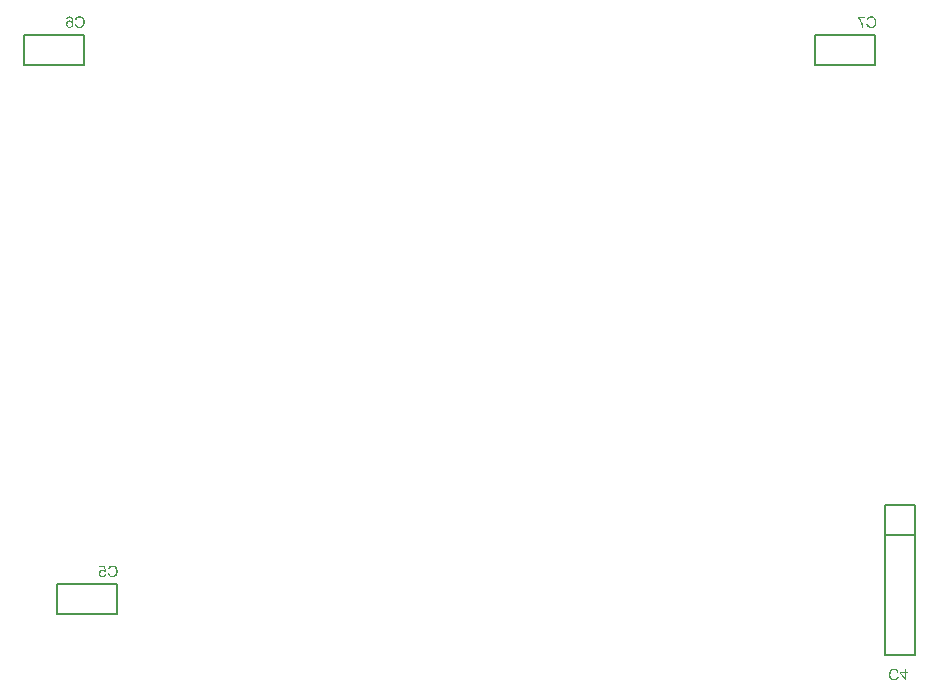
<source format=gbo>
G04*
G04 #@! TF.GenerationSoftware,Altium Limited,Altium Designer,20.2.6 (244)*
G04*
G04 Layer_Color=32896*
%FSLAX24Y24*%
%MOIN*%
G70*
G04*
G04 #@! TF.SameCoordinates,7583AB6C-3689-415F-B137-6D089145A127*
G04*
G04*
G04 #@! TF.FilePolarity,Positive*
G04*
G01*
G75*
%ADD13C,0.0079*%
G36*
X30603Y2218D02*
X30613Y2218D01*
X30632Y2214D01*
X30641Y2211D01*
X30650Y2208D01*
X30657Y2205D01*
X30664Y2203D01*
X30670Y2200D01*
X30676Y2197D01*
X30680Y2194D01*
X30684Y2192D01*
X30688Y2189D01*
X30690Y2188D01*
X30691Y2187D01*
X30692Y2186D01*
X30699Y2180D01*
X30706Y2173D01*
X30718Y2158D01*
X30728Y2143D01*
X30735Y2127D01*
X30739Y2120D01*
X30741Y2114D01*
X30743Y2108D01*
X30746Y2103D01*
X30747Y2098D01*
X30748Y2095D01*
X30749Y2093D01*
Y2093D01*
X30699Y2080D01*
X30694Y2097D01*
X30688Y2112D01*
X30681Y2124D01*
X30675Y2134D01*
X30669Y2142D01*
X30663Y2147D01*
X30660Y2151D01*
X30659Y2151D01*
X30659Y2152D01*
X30647Y2160D01*
X30636Y2166D01*
X30624Y2170D01*
X30613Y2173D01*
X30603Y2175D01*
X30598Y2176D01*
X30595D01*
X30592Y2176D01*
X30588D01*
X30575Y2176D01*
X30563Y2173D01*
X30552Y2170D01*
X30543Y2167D01*
X30535Y2164D01*
X30529Y2162D01*
X30526Y2161D01*
X30525Y2159D01*
X30524Y2159D01*
X30523D01*
X30513Y2151D01*
X30504Y2143D01*
X30497Y2134D01*
X30491Y2125D01*
X30486Y2117D01*
X30483Y2110D01*
X30482Y2108D01*
X30481Y2106D01*
X30480Y2105D01*
Y2105D01*
X30476Y2091D01*
X30472Y2076D01*
X30470Y2062D01*
X30468Y2049D01*
X30468Y2043D01*
X30467Y2038D01*
Y2033D01*
X30466Y2029D01*
Y2025D01*
Y2023D01*
Y2021D01*
Y2021D01*
X30467Y2007D01*
X30468Y1994D01*
X30470Y1981D01*
X30472Y1970D01*
X30475Y1961D01*
X30475Y1957D01*
X30476Y1954D01*
X30477Y1951D01*
X30477Y1950D01*
X30478Y1949D01*
Y1948D01*
X30483Y1935D01*
X30489Y1924D01*
X30496Y1915D01*
X30503Y1907D01*
X30509Y1900D01*
X30514Y1896D01*
X30518Y1893D01*
X30518Y1892D01*
X30519D01*
X30530Y1885D01*
X30542Y1879D01*
X30555Y1875D01*
X30566Y1873D01*
X30576Y1871D01*
X30580Y1871D01*
X30585D01*
X30587Y1870D01*
X30591D01*
X30605Y1871D01*
X30617Y1873D01*
X30628Y1876D01*
X30637Y1879D01*
X30644Y1884D01*
X30650Y1886D01*
X30653Y1889D01*
X30654Y1889D01*
X30663Y1897D01*
X30671Y1907D01*
X30678Y1917D01*
X30683Y1927D01*
X30687Y1935D01*
X30689Y1939D01*
X30691Y1943D01*
X30692Y1946D01*
X30692Y1948D01*
X30693Y1949D01*
Y1950D01*
X30742Y1938D01*
X30735Y1920D01*
X30731Y1911D01*
X30727Y1904D01*
X30723Y1896D01*
X30718Y1889D01*
X30714Y1884D01*
X30710Y1878D01*
X30705Y1873D01*
X30701Y1869D01*
X30697Y1865D01*
X30695Y1862D01*
X30692Y1860D01*
X30690Y1858D01*
X30689Y1858D01*
X30688Y1857D01*
X30681Y1852D01*
X30673Y1847D01*
X30665Y1843D01*
X30657Y1840D01*
X30641Y1835D01*
X30626Y1831D01*
X30619Y1830D01*
X30613Y1829D01*
X30607Y1829D01*
X30602Y1828D01*
X30598Y1828D01*
X30593D01*
X30574Y1829D01*
X30557Y1831D01*
X30541Y1835D01*
X30534Y1837D01*
X30528Y1839D01*
X30522Y1841D01*
X30517Y1843D01*
X30512Y1845D01*
X30508Y1847D01*
X30505Y1848D01*
X30503Y1850D01*
X30502Y1851D01*
X30501D01*
X30487Y1860D01*
X30473Y1871D01*
X30462Y1882D01*
X30454Y1893D01*
X30446Y1903D01*
X30443Y1907D01*
X30441Y1910D01*
X30439Y1913D01*
X30438Y1916D01*
X30437Y1917D01*
Y1918D01*
X30430Y1934D01*
X30424Y1952D01*
X30420Y1969D01*
X30417Y1985D01*
X30416Y1993D01*
X30416Y1999D01*
X30415Y2006D01*
Y2011D01*
X30415Y2015D01*
Y2018D01*
Y2020D01*
Y2021D01*
X30415Y2041D01*
X30417Y2059D01*
X30421Y2076D01*
X30423Y2085D01*
X30424Y2091D01*
X30426Y2098D01*
X30428Y2104D01*
X30430Y2109D01*
X30431Y2114D01*
X30432Y2117D01*
X30434Y2120D01*
X30434Y2121D01*
Y2122D01*
X30442Y2139D01*
X30452Y2153D01*
X30461Y2166D01*
X30471Y2176D01*
X30479Y2184D01*
X30486Y2189D01*
X30489Y2191D01*
X30491Y2193D01*
X30492Y2193D01*
X30492Y2194D01*
X30500Y2199D01*
X30508Y2202D01*
X30524Y2208D01*
X30541Y2212D01*
X30557Y2216D01*
X30564Y2216D01*
X30571Y2218D01*
X30576Y2218D01*
X30582D01*
X30586Y2219D01*
X30592D01*
X30603Y2218D01*
D02*
G37*
G36*
X30987Y2122D02*
X31038D01*
Y2079D01*
X30987D01*
Y1835D01*
X30949D01*
X30776Y2079D01*
Y2122D01*
X30940D01*
Y2212D01*
X30987D01*
Y2122D01*
D02*
G37*
G36*
X29840Y23966D02*
X29858Y23963D01*
X29873Y23959D01*
X29880Y23958D01*
X29887Y23955D01*
X29892Y23953D01*
X29898Y23951D01*
X29903Y23949D01*
X29906Y23947D01*
X29910Y23946D01*
X29912Y23945D01*
X29913Y23944D01*
X29914D01*
X29928Y23935D01*
X29941Y23924D01*
X29952Y23913D01*
X29961Y23902D01*
X29968Y23892D01*
X29971Y23888D01*
X29973Y23884D01*
X29975Y23881D01*
X29976Y23879D01*
X29978Y23878D01*
Y23877D01*
X29985Y23860D01*
X29991Y23842D01*
X29994Y23825D01*
X29997Y23809D01*
X29998Y23802D01*
X29999Y23795D01*
X29999Y23789D01*
Y23784D01*
X30000Y23780D01*
Y23777D01*
Y23774D01*
Y23774D01*
X29999Y23754D01*
X29997Y23735D01*
X29994Y23718D01*
X29992Y23710D01*
X29990Y23703D01*
X29988Y23696D01*
X29987Y23690D01*
X29985Y23685D01*
X29983Y23681D01*
X29982Y23677D01*
X29981Y23675D01*
X29980Y23673D01*
Y23672D01*
X29972Y23656D01*
X29963Y23641D01*
X29953Y23629D01*
X29944Y23619D01*
X29935Y23611D01*
X29929Y23605D01*
X29926Y23603D01*
X29924Y23602D01*
X29923Y23601D01*
X29922Y23600D01*
X29915Y23596D01*
X29907Y23592D01*
X29891Y23586D01*
X29874Y23582D01*
X29858Y23579D01*
X29851Y23578D01*
X29844Y23577D01*
X29838Y23576D01*
X29833D01*
X29828Y23576D01*
X29823D01*
X29812Y23576D01*
X29801Y23577D01*
X29782Y23581D01*
X29774Y23583D01*
X29765Y23586D01*
X29757Y23589D01*
X29751Y23592D01*
X29744Y23595D01*
X29739Y23598D01*
X29734Y23600D01*
X29730Y23603D01*
X29727Y23605D01*
X29725Y23607D01*
X29724Y23607D01*
X29723Y23608D01*
X29715Y23614D01*
X29709Y23621D01*
X29697Y23636D01*
X29687Y23652D01*
X29679Y23667D01*
X29676Y23674D01*
X29673Y23681D01*
X29671Y23687D01*
X29669Y23691D01*
X29668Y23696D01*
X29667Y23699D01*
X29666Y23701D01*
Y23702D01*
X29716Y23715D01*
X29721Y23698D01*
X29726Y23683D01*
X29733Y23671D01*
X29740Y23660D01*
X29746Y23653D01*
X29751Y23647D01*
X29755Y23644D01*
X29755Y23643D01*
X29756Y23643D01*
X29767Y23634D01*
X29779Y23629D01*
X29791Y23624D01*
X29802Y23621D01*
X29812Y23619D01*
X29816Y23619D01*
X29820D01*
X29823Y23618D01*
X29827D01*
X29839Y23619D01*
X29851Y23621D01*
X29862Y23624D01*
X29872Y23627D01*
X29880Y23630D01*
X29886Y23633D01*
X29888Y23634D01*
X29890Y23635D01*
X29891Y23636D01*
X29891D01*
X29901Y23643D01*
X29910Y23652D01*
X29918Y23660D01*
X29924Y23670D01*
X29929Y23677D01*
X29931Y23684D01*
X29933Y23686D01*
X29934Y23688D01*
X29934Y23689D01*
Y23690D01*
X29939Y23704D01*
X29942Y23718D01*
X29945Y23732D01*
X29946Y23746D01*
X29947Y23751D01*
X29948Y23757D01*
Y23762D01*
X29948Y23766D01*
Y23769D01*
Y23772D01*
Y23773D01*
Y23774D01*
X29948Y23788D01*
X29946Y23801D01*
X29945Y23813D01*
X29942Y23824D01*
X29940Y23833D01*
X29940Y23837D01*
X29938Y23840D01*
X29938Y23843D01*
X29937Y23845D01*
X29937Y23846D01*
Y23846D01*
X29931Y23859D01*
X29925Y23871D01*
X29918Y23880D01*
X29912Y23888D01*
X29906Y23894D01*
X29900Y23899D01*
X29897Y23902D01*
X29896Y23903D01*
X29896D01*
X29884Y23910D01*
X29872Y23915D01*
X29860Y23919D01*
X29849Y23921D01*
X29838Y23923D01*
X29834Y23924D01*
X29830D01*
X29827Y23924D01*
X29823D01*
X29809Y23924D01*
X29797Y23921D01*
X29786Y23918D01*
X29778Y23915D01*
X29770Y23911D01*
X29765Y23908D01*
X29762Y23906D01*
X29760Y23905D01*
X29751Y23897D01*
X29744Y23888D01*
X29737Y23878D01*
X29732Y23868D01*
X29728Y23859D01*
X29726Y23855D01*
X29724Y23852D01*
X29723Y23849D01*
X29722Y23846D01*
X29722Y23845D01*
Y23845D01*
X29672Y23856D01*
X29679Y23875D01*
X29683Y23883D01*
X29687Y23891D01*
X29692Y23898D01*
X29696Y23905D01*
X29700Y23911D01*
X29705Y23917D01*
X29709Y23921D01*
X29713Y23925D01*
X29717Y23929D01*
X29720Y23932D01*
X29723Y23935D01*
X29725Y23936D01*
X29726Y23937D01*
X29726Y23937D01*
X29734Y23943D01*
X29741Y23947D01*
X29749Y23951D01*
X29757Y23955D01*
X29774Y23960D01*
X29789Y23963D01*
X29796Y23965D01*
X29802Y23965D01*
X29808Y23966D01*
X29812Y23966D01*
X29816Y23967D01*
X29822D01*
X29840Y23966D01*
D02*
G37*
G36*
X29620Y23912D02*
X29435D01*
X29448Y23895D01*
X29460Y23879D01*
X29472Y23862D01*
X29482Y23846D01*
X29486Y23839D01*
X29490Y23833D01*
X29494Y23827D01*
X29497Y23822D01*
X29499Y23818D01*
X29501Y23815D01*
X29502Y23812D01*
X29502Y23812D01*
X29513Y23790D01*
X29523Y23768D01*
X29531Y23747D01*
X29535Y23738D01*
X29538Y23729D01*
X29541Y23720D01*
X29543Y23713D01*
X29546Y23706D01*
X29547Y23701D01*
X29548Y23696D01*
X29550Y23693D01*
X29550Y23690D01*
Y23690D01*
X29556Y23667D01*
X29558Y23656D01*
X29560Y23646D01*
X29562Y23637D01*
X29563Y23628D01*
X29564Y23619D01*
X29565Y23612D01*
X29566Y23606D01*
X29566Y23599D01*
X29567Y23594D01*
Y23590D01*
X29567Y23587D01*
Y23584D01*
Y23583D01*
Y23582D01*
X29520D01*
X29518Y23603D01*
X29516Y23622D01*
X29513Y23640D01*
X29511Y23648D01*
X29510Y23655D01*
X29508Y23662D01*
X29507Y23668D01*
X29506Y23673D01*
X29505Y23678D01*
X29503Y23681D01*
X29503Y23683D01*
X29502Y23685D01*
Y23686D01*
X29494Y23711D01*
X29486Y23735D01*
X29481Y23746D01*
X29476Y23757D01*
X29472Y23768D01*
X29468Y23777D01*
X29464Y23785D01*
X29460Y23793D01*
X29456Y23800D01*
X29453Y23806D01*
X29451Y23811D01*
X29449Y23814D01*
X29448Y23816D01*
X29448Y23817D01*
X29441Y23829D01*
X29434Y23840D01*
X29427Y23850D01*
X29421Y23860D01*
X29415Y23869D01*
X29409Y23878D01*
X29403Y23886D01*
X29398Y23893D01*
X29393Y23898D01*
X29389Y23904D01*
X29385Y23909D01*
X29382Y23913D01*
X29379Y23916D01*
X29377Y23918D01*
X29376Y23919D01*
X29376Y23920D01*
Y23956D01*
X29620D01*
Y23912D01*
D02*
G37*
G36*
X3111Y23962D02*
X3121Y23960D01*
X3131Y23958D01*
X3140Y23955D01*
X3149Y23952D01*
X3156Y23948D01*
X3164Y23944D01*
X3170Y23940D01*
X3176Y23936D01*
X3181Y23932D01*
X3185Y23929D01*
X3189Y23925D01*
X3192Y23922D01*
X3194Y23920D01*
X3195Y23919D01*
X3195Y23918D01*
X3202Y23909D01*
X3209Y23897D01*
X3214Y23886D01*
X3218Y23872D01*
X3222Y23860D01*
X3226Y23846D01*
X3229Y23833D01*
X3230Y23820D01*
X3232Y23808D01*
X3233Y23796D01*
X3234Y23786D01*
X3235Y23777D01*
X3236Y23769D01*
Y23763D01*
Y23762D01*
Y23760D01*
Y23759D01*
Y23759D01*
X3235Y23741D01*
X3234Y23725D01*
X3232Y23709D01*
X3230Y23696D01*
X3227Y23683D01*
X3224Y23671D01*
X3221Y23661D01*
X3217Y23652D01*
X3214Y23644D01*
X3211Y23637D01*
X3208Y23631D01*
X3205Y23626D01*
X3203Y23623D01*
X3201Y23621D01*
X3200Y23619D01*
X3199Y23618D01*
X3192Y23611D01*
X3185Y23605D01*
X3177Y23599D01*
X3169Y23594D01*
X3161Y23590D01*
X3153Y23586D01*
X3145Y23583D01*
X3138Y23581D01*
X3131Y23579D01*
X3124Y23578D01*
X3119Y23577D01*
X3114Y23576D01*
X3110D01*
X3107Y23576D01*
X3104D01*
X3092Y23576D01*
X3081Y23578D01*
X3070Y23581D01*
X3061Y23584D01*
X3054Y23587D01*
X3048Y23590D01*
X3045Y23591D01*
X3044Y23592D01*
X3034Y23599D01*
X3026Y23606D01*
X3018Y23614D01*
X3012Y23621D01*
X3007Y23628D01*
X3004Y23633D01*
X3003Y23636D01*
X3002Y23637D01*
X3001Y23638D01*
Y23638D01*
X2996Y23650D01*
X2992Y23662D01*
X2990Y23673D01*
X2987Y23683D01*
X2986Y23692D01*
Y23696D01*
X2986Y23699D01*
Y23701D01*
Y23703D01*
Y23704D01*
Y23705D01*
X2986Y23715D01*
X2987Y23724D01*
X2988Y23733D01*
X2991Y23742D01*
X2993Y23749D01*
X2996Y23757D01*
X2999Y23763D01*
X3002Y23769D01*
X3005Y23774D01*
X3008Y23779D01*
X3011Y23783D01*
X3013Y23787D01*
X3016Y23789D01*
X3017Y23791D01*
X3018Y23792D01*
X3018Y23793D01*
X3025Y23799D01*
X3031Y23804D01*
X3038Y23809D01*
X3045Y23813D01*
X3051Y23816D01*
X3058Y23819D01*
X3070Y23823D01*
X3081Y23826D01*
X3086Y23826D01*
X3090Y23827D01*
X3093Y23827D01*
X3098D01*
X3108Y23827D01*
X3117Y23826D01*
X3126Y23823D01*
X3133Y23821D01*
X3139Y23819D01*
X3145Y23816D01*
X3147Y23815D01*
X3149Y23815D01*
X3157Y23810D01*
X3165Y23804D01*
X3172Y23797D01*
X3178Y23791D01*
X3183Y23785D01*
X3187Y23781D01*
X3189Y23778D01*
X3190Y23777D01*
Y23787D01*
X3189Y23797D01*
X3188Y23806D01*
X3188Y23815D01*
X3187Y23822D01*
X3185Y23830D01*
X3184Y23836D01*
X3183Y23842D01*
X3182Y23847D01*
X3181Y23852D01*
X3180Y23856D01*
X3179Y23859D01*
X3178Y23861D01*
X3177Y23863D01*
X3177Y23864D01*
Y23864D01*
X3172Y23875D01*
X3166Y23885D01*
X3160Y23893D01*
X3154Y23899D01*
X3150Y23905D01*
X3146Y23909D01*
X3143Y23911D01*
X3142Y23912D01*
X3135Y23916D01*
X3129Y23919D01*
X3122Y23921D01*
X3116Y23922D01*
X3111Y23924D01*
X3107Y23924D01*
X3103D01*
X3093Y23924D01*
X3084Y23921D01*
X3075Y23918D01*
X3069Y23914D01*
X3063Y23910D01*
X3059Y23907D01*
X3056Y23905D01*
X3056Y23904D01*
X3052Y23899D01*
X3048Y23893D01*
X3043Y23880D01*
X3041Y23874D01*
X3039Y23869D01*
X3038Y23866D01*
Y23865D01*
Y23865D01*
X2992Y23868D01*
X2995Y23884D01*
X3000Y23898D01*
X3005Y23909D01*
X3012Y23919D01*
X3017Y23926D01*
X3022Y23932D01*
X3025Y23936D01*
X3026Y23937D01*
X3027D01*
X3032Y23941D01*
X3038Y23946D01*
X3050Y23951D01*
X3062Y23956D01*
X3074Y23959D01*
X3084Y23961D01*
X3089Y23962D01*
X3092D01*
X3096Y23962D01*
X3100D01*
X3111Y23962D01*
D02*
G37*
G36*
X3450Y23966D02*
X3468Y23963D01*
X3483Y23959D01*
X3490Y23958D01*
X3497Y23955D01*
X3502Y23953D01*
X3508Y23951D01*
X3513Y23949D01*
X3516Y23947D01*
X3520Y23946D01*
X3522Y23945D01*
X3523Y23944D01*
X3524D01*
X3538Y23935D01*
X3551Y23924D01*
X3562Y23913D01*
X3571Y23902D01*
X3578Y23892D01*
X3581Y23888D01*
X3584Y23884D01*
X3585Y23881D01*
X3586Y23879D01*
X3588Y23878D01*
Y23877D01*
X3595Y23860D01*
X3601Y23842D01*
X3604Y23825D01*
X3607Y23809D01*
X3608Y23802D01*
X3609Y23795D01*
X3609Y23789D01*
Y23784D01*
X3610Y23780D01*
Y23777D01*
Y23774D01*
Y23774D01*
X3609Y23754D01*
X3607Y23735D01*
X3604Y23718D01*
X3602Y23710D01*
X3600Y23703D01*
X3598Y23696D01*
X3597Y23690D01*
X3595Y23685D01*
X3593Y23681D01*
X3592Y23677D01*
X3591Y23675D01*
X3590Y23673D01*
Y23672D01*
X3582Y23656D01*
X3573Y23641D01*
X3563Y23629D01*
X3554Y23619D01*
X3545Y23611D01*
X3539Y23605D01*
X3536Y23603D01*
X3534Y23602D01*
X3533Y23601D01*
X3532Y23600D01*
X3525Y23596D01*
X3517Y23592D01*
X3501Y23586D01*
X3484Y23582D01*
X3468Y23579D01*
X3461Y23578D01*
X3454Y23577D01*
X3448Y23576D01*
X3443D01*
X3438Y23576D01*
X3433D01*
X3422Y23576D01*
X3411Y23577D01*
X3392Y23581D01*
X3384Y23583D01*
X3375Y23586D01*
X3368Y23589D01*
X3361Y23592D01*
X3354Y23595D01*
X3349Y23598D01*
X3344Y23600D01*
X3340Y23603D01*
X3337Y23605D01*
X3335Y23607D01*
X3334Y23607D01*
X3333Y23608D01*
X3325Y23614D01*
X3319Y23621D01*
X3307Y23636D01*
X3297Y23652D01*
X3289Y23667D01*
X3286Y23674D01*
X3283Y23681D01*
X3281Y23687D01*
X3279Y23691D01*
X3278Y23696D01*
X3277Y23699D01*
X3276Y23701D01*
Y23702D01*
X3326Y23715D01*
X3331Y23698D01*
X3336Y23683D01*
X3343Y23671D01*
X3350Y23660D01*
X3356Y23653D01*
X3361Y23647D01*
X3365Y23644D01*
X3365Y23643D01*
X3366Y23643D01*
X3377Y23634D01*
X3389Y23629D01*
X3401Y23624D01*
X3412Y23621D01*
X3422Y23619D01*
X3426Y23619D01*
X3430D01*
X3433Y23618D01*
X3437D01*
X3449Y23619D01*
X3461Y23621D01*
X3472Y23624D01*
X3482Y23627D01*
X3490Y23630D01*
X3496Y23633D01*
X3498Y23634D01*
X3500Y23635D01*
X3501Y23636D01*
X3501D01*
X3512Y23643D01*
X3520Y23652D01*
X3528Y23660D01*
X3534Y23670D01*
X3539Y23677D01*
X3541Y23684D01*
X3543Y23686D01*
X3544Y23688D01*
X3544Y23689D01*
Y23690D01*
X3549Y23704D01*
X3552Y23718D01*
X3555Y23732D01*
X3556Y23746D01*
X3557Y23751D01*
X3558Y23757D01*
Y23762D01*
X3558Y23766D01*
Y23769D01*
Y23772D01*
Y23773D01*
Y23774D01*
X3558Y23788D01*
X3556Y23801D01*
X3555Y23813D01*
X3552Y23824D01*
X3550Y23833D01*
X3550Y23837D01*
X3548Y23840D01*
X3548Y23843D01*
X3547Y23845D01*
X3547Y23846D01*
Y23846D01*
X3541Y23859D01*
X3535Y23871D01*
X3528Y23880D01*
X3522Y23888D01*
X3516Y23894D01*
X3510Y23899D01*
X3507Y23902D01*
X3506Y23903D01*
X3506D01*
X3494Y23910D01*
X3482Y23915D01*
X3470Y23919D01*
X3459Y23921D01*
X3448Y23923D01*
X3444Y23924D01*
X3440D01*
X3437Y23924D01*
X3433D01*
X3419Y23924D01*
X3407Y23921D01*
X3396Y23918D01*
X3388Y23915D01*
X3380Y23911D01*
X3375Y23908D01*
X3372Y23906D01*
X3370Y23905D01*
X3361Y23897D01*
X3354Y23888D01*
X3347Y23878D01*
X3342Y23868D01*
X3338Y23859D01*
X3336Y23855D01*
X3334Y23852D01*
X3333Y23849D01*
X3332Y23846D01*
X3332Y23845D01*
Y23845D01*
X3282Y23856D01*
X3289Y23875D01*
X3293Y23883D01*
X3297Y23891D01*
X3302Y23898D01*
X3306Y23905D01*
X3310Y23911D01*
X3315Y23917D01*
X3319Y23921D01*
X3323Y23925D01*
X3327Y23929D01*
X3330Y23932D01*
X3333Y23935D01*
X3335Y23936D01*
X3336Y23937D01*
X3336Y23937D01*
X3344Y23943D01*
X3351Y23947D01*
X3359Y23951D01*
X3368Y23955D01*
X3384Y23960D01*
X3399Y23963D01*
X3406Y23965D01*
X3412Y23965D01*
X3418Y23966D01*
X3422Y23966D01*
X3426Y23967D01*
X3432D01*
X3450Y23966D01*
D02*
G37*
G36*
X4325Y5451D02*
X4281Y5444D01*
X4277Y5450D01*
X4273Y5455D01*
X4268Y5460D01*
X4264Y5464D01*
X4260Y5467D01*
X4257Y5469D01*
X4254Y5470D01*
X4254Y5471D01*
X4247Y5474D01*
X4240Y5477D01*
X4233Y5479D01*
X4227Y5481D01*
X4221Y5481D01*
X4217Y5482D01*
X4213D01*
X4200Y5481D01*
X4189Y5478D01*
X4178Y5474D01*
X4170Y5470D01*
X4163Y5466D01*
X4159Y5462D01*
X4156Y5460D01*
X4155Y5459D01*
X4147Y5449D01*
X4141Y5439D01*
X4137Y5429D01*
X4135Y5419D01*
X4133Y5410D01*
X4133Y5406D01*
Y5402D01*
X4132Y5400D01*
Y5398D01*
Y5396D01*
Y5396D01*
X4133Y5381D01*
X4136Y5368D01*
X4140Y5356D01*
X4144Y5346D01*
X4148Y5339D01*
X4152Y5333D01*
X4154Y5330D01*
X4155Y5329D01*
Y5329D01*
X4160Y5324D01*
X4165Y5320D01*
X4174Y5314D01*
X4184Y5310D01*
X4192Y5307D01*
X4200Y5305D01*
X4207Y5304D01*
X4209Y5304D01*
X4212D01*
X4222Y5304D01*
X4231Y5307D01*
X4239Y5309D01*
X4246Y5312D01*
X4252Y5316D01*
X4256Y5318D01*
X4258Y5320D01*
X4260Y5321D01*
X4266Y5329D01*
X4272Y5337D01*
X4276Y5346D01*
X4279Y5354D01*
X4281Y5362D01*
X4283Y5369D01*
X4284Y5371D01*
X4284Y5373D01*
Y5374D01*
Y5375D01*
X4333Y5371D01*
X4332Y5362D01*
X4330Y5354D01*
X4326Y5339D01*
X4319Y5326D01*
X4313Y5315D01*
X4310Y5310D01*
X4307Y5306D01*
X4304Y5303D01*
X4302Y5300D01*
X4299Y5297D01*
X4298Y5296D01*
X4297Y5295D01*
X4296Y5295D01*
X4290Y5289D01*
X4283Y5285D01*
X4276Y5281D01*
X4269Y5278D01*
X4256Y5273D01*
X4242Y5269D01*
X4236Y5268D01*
X4230Y5267D01*
X4225Y5267D01*
X4221Y5266D01*
X4218Y5266D01*
X4212D01*
X4201Y5266D01*
X4190Y5267D01*
X4180Y5270D01*
X4170Y5273D01*
X4162Y5276D01*
X4153Y5280D01*
X4146Y5284D01*
X4139Y5289D01*
X4133Y5293D01*
X4128Y5297D01*
X4123Y5301D01*
X4120Y5304D01*
X4117Y5307D01*
X4114Y5309D01*
X4113Y5311D01*
X4113Y5311D01*
X4108Y5318D01*
X4103Y5326D01*
X4099Y5333D01*
X4095Y5341D01*
X4090Y5356D01*
X4086Y5369D01*
X4085Y5376D01*
X4084Y5381D01*
X4084Y5387D01*
X4083Y5391D01*
X4083Y5395D01*
Y5398D01*
Y5399D01*
Y5400D01*
X4083Y5410D01*
X4084Y5419D01*
X4086Y5428D01*
X4088Y5437D01*
X4091Y5444D01*
X4094Y5452D01*
X4097Y5458D01*
X4100Y5464D01*
X4103Y5470D01*
X4106Y5474D01*
X4109Y5478D01*
X4112Y5482D01*
X4114Y5485D01*
X4116Y5486D01*
X4117Y5487D01*
X4117Y5488D01*
X4124Y5494D01*
X4131Y5500D01*
X4137Y5504D01*
X4145Y5508D01*
X4152Y5512D01*
X4159Y5514D01*
X4172Y5519D01*
X4178Y5520D01*
X4184Y5521D01*
X4188Y5521D01*
X4193Y5522D01*
X4196Y5523D01*
X4201D01*
X4215Y5521D01*
X4228Y5519D01*
X4240Y5515D01*
X4250Y5511D01*
X4260Y5506D01*
X4263Y5504D01*
X4266Y5502D01*
X4269Y5501D01*
X4271Y5500D01*
X4272Y5499D01*
X4272Y5498D01*
X4252Y5600D01*
X4101D01*
Y5645D01*
X4288D01*
X4325Y5451D01*
D02*
G37*
G36*
X4550Y5656D02*
X4568Y5653D01*
X4583Y5649D01*
X4590Y5648D01*
X4597Y5645D01*
X4602Y5643D01*
X4608Y5641D01*
X4613Y5639D01*
X4616Y5637D01*
X4620Y5636D01*
X4622Y5635D01*
X4623Y5634D01*
X4624D01*
X4638Y5625D01*
X4651Y5614D01*
X4662Y5603D01*
X4671Y5592D01*
X4678Y5582D01*
X4681Y5578D01*
X4683Y5574D01*
X4685Y5571D01*
X4686Y5569D01*
X4688Y5568D01*
Y5567D01*
X4695Y5550D01*
X4701Y5532D01*
X4704Y5515D01*
X4707Y5499D01*
X4708Y5491D01*
X4709Y5485D01*
X4709Y5479D01*
Y5474D01*
X4710Y5470D01*
Y5467D01*
Y5464D01*
Y5464D01*
X4709Y5444D01*
X4707Y5425D01*
X4704Y5408D01*
X4702Y5400D01*
X4700Y5393D01*
X4698Y5386D01*
X4697Y5380D01*
X4695Y5375D01*
X4693Y5371D01*
X4692Y5367D01*
X4691Y5365D01*
X4690Y5363D01*
Y5362D01*
X4682Y5346D01*
X4673Y5331D01*
X4663Y5319D01*
X4654Y5309D01*
X4645Y5301D01*
X4639Y5295D01*
X4636Y5293D01*
X4634Y5292D01*
X4633Y5291D01*
X4632Y5290D01*
X4625Y5286D01*
X4617Y5282D01*
X4601Y5276D01*
X4584Y5272D01*
X4568Y5269D01*
X4561Y5268D01*
X4554Y5267D01*
X4548Y5266D01*
X4543D01*
X4538Y5266D01*
X4533D01*
X4522Y5266D01*
X4511Y5267D01*
X4492Y5271D01*
X4484Y5273D01*
X4475Y5276D01*
X4467Y5279D01*
X4461Y5282D01*
X4454Y5285D01*
X4449Y5288D01*
X4444Y5290D01*
X4440Y5293D01*
X4437Y5295D01*
X4435Y5297D01*
X4434Y5297D01*
X4433Y5298D01*
X4425Y5304D01*
X4419Y5311D01*
X4407Y5326D01*
X4397Y5342D01*
X4389Y5357D01*
X4386Y5364D01*
X4383Y5371D01*
X4381Y5377D01*
X4379Y5381D01*
X4378Y5386D01*
X4376Y5389D01*
X4376Y5391D01*
Y5392D01*
X4426Y5405D01*
X4431Y5388D01*
X4436Y5373D01*
X4443Y5361D01*
X4450Y5350D01*
X4456Y5343D01*
X4461Y5337D01*
X4465Y5334D01*
X4465Y5333D01*
X4466Y5333D01*
X4477Y5324D01*
X4489Y5319D01*
X4501Y5314D01*
X4512Y5311D01*
X4522Y5309D01*
X4526Y5309D01*
X4530D01*
X4533Y5308D01*
X4537D01*
X4549Y5309D01*
X4561Y5311D01*
X4572Y5314D01*
X4582Y5317D01*
X4590Y5320D01*
X4596Y5323D01*
X4598Y5324D01*
X4600Y5325D01*
X4601Y5326D01*
X4601D01*
X4611Y5333D01*
X4620Y5342D01*
X4628Y5350D01*
X4634Y5360D01*
X4639Y5367D01*
X4641Y5374D01*
X4643Y5376D01*
X4644Y5378D01*
X4644Y5379D01*
Y5380D01*
X4649Y5394D01*
X4652Y5408D01*
X4655Y5422D01*
X4656Y5436D01*
X4657Y5441D01*
X4658Y5447D01*
Y5452D01*
X4658Y5456D01*
Y5459D01*
Y5462D01*
Y5463D01*
Y5464D01*
X4658Y5478D01*
X4656Y5491D01*
X4655Y5503D01*
X4652Y5514D01*
X4650Y5523D01*
X4650Y5527D01*
X4648Y5530D01*
X4648Y5533D01*
X4647Y5535D01*
X4647Y5536D01*
Y5536D01*
X4641Y5549D01*
X4635Y5561D01*
X4628Y5570D01*
X4622Y5578D01*
X4616Y5584D01*
X4610Y5589D01*
X4607Y5592D01*
X4606Y5593D01*
X4606D01*
X4594Y5600D01*
X4582Y5605D01*
X4570Y5609D01*
X4559Y5611D01*
X4548Y5613D01*
X4544Y5614D01*
X4540D01*
X4537Y5614D01*
X4533D01*
X4519Y5614D01*
X4507Y5611D01*
X4496Y5608D01*
X4488Y5605D01*
X4480Y5601D01*
X4475Y5598D01*
X4472Y5596D01*
X4470Y5595D01*
X4461Y5587D01*
X4454Y5578D01*
X4447Y5568D01*
X4442Y5558D01*
X4438Y5549D01*
X4436Y5545D01*
X4434Y5542D01*
X4433Y5539D01*
X4432Y5536D01*
X4432Y5535D01*
Y5535D01*
X4382Y5546D01*
X4389Y5565D01*
X4393Y5573D01*
X4397Y5581D01*
X4402Y5588D01*
X4406Y5595D01*
X4410Y5601D01*
X4415Y5607D01*
X4419Y5611D01*
X4423Y5615D01*
X4427Y5619D01*
X4430Y5622D01*
X4433Y5625D01*
X4435Y5626D01*
X4436Y5627D01*
X4436Y5627D01*
X4444Y5633D01*
X4451Y5637D01*
X4459Y5641D01*
X4467Y5645D01*
X4484Y5650D01*
X4499Y5653D01*
X4506Y5655D01*
X4512Y5655D01*
X4518Y5656D01*
X4522Y5656D01*
X4526Y5657D01*
X4532D01*
X4550Y5656D01*
D02*
G37*
%LPC*%
G36*
X30940Y2079D02*
X30821D01*
X30940Y1910D01*
Y2079D01*
D02*
G37*
G36*
X3110Y23787D02*
X3107D01*
X3096Y23785D01*
X3085Y23783D01*
X3076Y23779D01*
X3069Y23775D01*
X3062Y23771D01*
X3058Y23767D01*
X3055Y23765D01*
X3054Y23763D01*
X3047Y23754D01*
X3042Y23744D01*
X3039Y23734D01*
X3036Y23724D01*
X3035Y23716D01*
X3034Y23712D01*
Y23708D01*
X3033Y23706D01*
Y23704D01*
Y23702D01*
Y23702D01*
X3035Y23687D01*
X3037Y23675D01*
X3040Y23663D01*
X3044Y23654D01*
X3048Y23647D01*
X3051Y23642D01*
X3054Y23638D01*
X3055Y23637D01*
X3063Y23629D01*
X3071Y23624D01*
X3080Y23619D01*
X3088Y23617D01*
X3095Y23615D01*
X3100Y23614D01*
X3103Y23614D01*
X3105D01*
X3113Y23614D01*
X3120Y23615D01*
X3127Y23617D01*
X3133Y23619D01*
X3137Y23621D01*
X3141Y23623D01*
X3143Y23624D01*
X3144Y23625D01*
X3150Y23629D01*
X3156Y23635D01*
X3161Y23640D01*
X3165Y23646D01*
X3168Y23651D01*
X3171Y23655D01*
X3172Y23657D01*
X3172Y23658D01*
X3176Y23667D01*
X3178Y23675D01*
X3180Y23682D01*
X3181Y23690D01*
X3181Y23696D01*
X3182Y23700D01*
Y23703D01*
Y23704D01*
X3181Y23717D01*
X3179Y23729D01*
X3175Y23739D01*
X3171Y23748D01*
X3167Y23754D01*
X3164Y23759D01*
X3161Y23762D01*
X3160Y23763D01*
X3151Y23771D01*
X3143Y23777D01*
X3134Y23781D01*
X3126Y23784D01*
X3118Y23785D01*
X3112Y23786D01*
X3110Y23787D01*
D02*
G37*
%LPD*%
D13*
X27965Y22335D02*
X29965D01*
X27965D02*
Y23335D01*
X29965D01*
Y22335D02*
Y23335D01*
X1571D02*
X3571D01*
Y22335D02*
Y23335D01*
X1571Y22335D02*
X3571D01*
X1571D02*
Y23335D01*
X2673Y5028D02*
X4673D01*
Y4028D02*
Y5028D01*
X2673Y4028D02*
X4673D01*
X2673D02*
Y5028D01*
X30287Y6665D02*
X31287D01*
X30287Y2665D02*
X31287D01*
Y7665D01*
X30287Y2665D02*
Y7665D01*
X31287D01*
M02*

</source>
